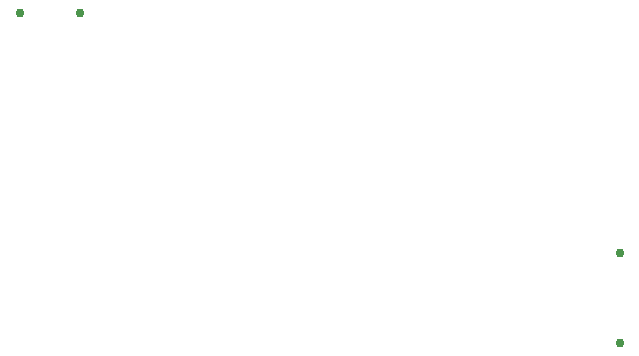
<source format=gbr>
%FSTAX23Y23*%
%MOIN*%
%SFA1B1*%

%IPPOS*%
%ADD25C,0.030000*%
%ADD26C,0.030000*%
%ADD27C,0.030000*%
%ADD28C,0.030000*%
%LNbattery_3.7_pcb_pth_drill-1*%
%LPD*%
G54D25*
X065Y02D03*
G54D26*
X065Y017D03*
G54D27*
X045Y028D03*
G54D28*
X047Y028D03*
M02*
</source>
